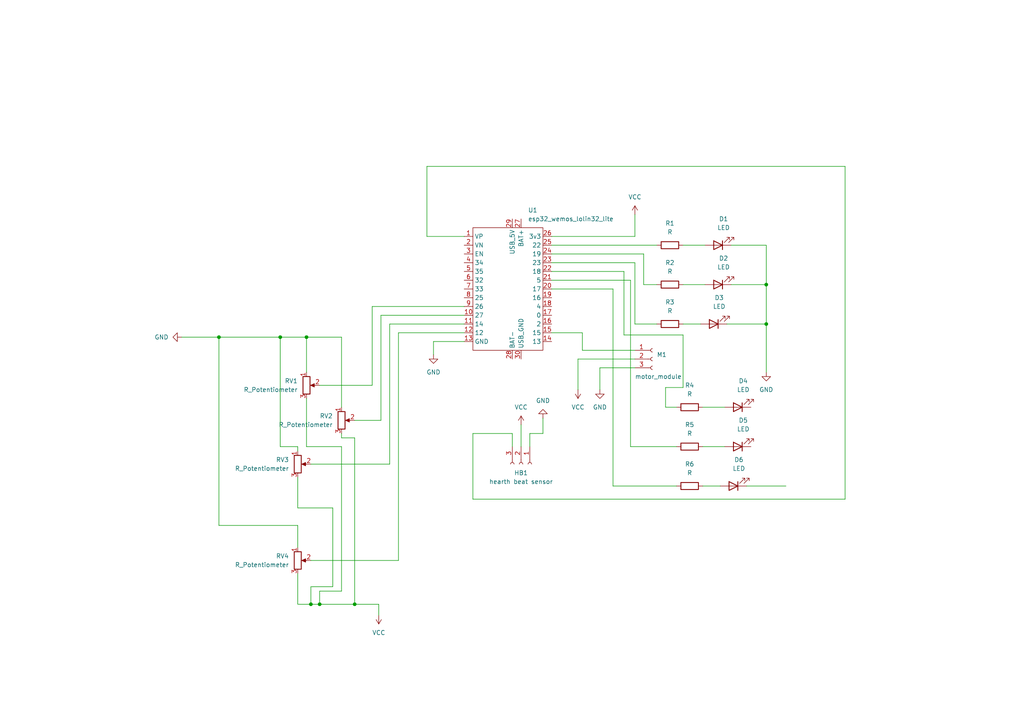
<source format=kicad_sch>
(kicad_sch (version 20211123) (generator eeschema)
  (paper "A4")
  (lib_symbols
    (symbol "Connector:Conn_01x03_Female" (pin_names (offset 1.016) hide)
      (property "Reference" "J" (at 0 5.08 0))
      (property "Value" "Conn_01x03_Female" (at 0 -5.08 0))
      (symbol "Conn_01x03_Female_1_1"
        (arc (start 0 -2.032) (mid -0.508 -2.54) (end 0 -3.048) (stroke (width 0.1524)))
        (polyline (pts (xy -1.27 -2.54) (xy -0.508 -2.54)) (stroke (width 0.1524)))
        (polyline (pts (xy -1.27 0) (xy -0.508 0)) (stroke (width 0.1524)))
        (polyline (pts (xy -1.27 2.54) (xy -0.508 2.54)) (stroke (width 0.1524)))
        (arc (start 0 0.508) (mid -0.508 0) (end 0 -0.508) (stroke (width 0.1524)))
        (arc (start 0 3.048) (mid -0.508 2.54) (end 0 2.032) (stroke (width 0.1524)))
        (pin passive line (at -5.08 2.54 0) (length 3.81) (name "Pin_1") (number "1"))
        (pin passive line (at -5.08 0 0) (length 3.81) (name "Pin_2") (number "2"))
        (pin passive line (at -5.08 -2.54 0) (length 3.81) (name "Pin_3") (number "3"))
      )
    )
    (symbol "Device:LED" (pin_numbers hide) (pin_names (offset 1.016) hide)
      (property "Reference" "D" (at 0 2.54 0))
      (property "Value" "LED" (at 0 -2.54 0))
      (symbol "LED_0_1"
        (polyline (pts (xy -1.27 -1.27) (xy -1.27 1.27)) (stroke (width 0.254)))
        (polyline (pts (xy -1.27 0) (xy 1.27 0)))
        (polyline (pts (xy 1.27 -1.27) (xy 1.27 1.27) (xy -1.27 0) (xy 1.27 -1.27)) (stroke (width 0.254)))
        (polyline (pts (xy -3.048 -0.762) (xy -4.572 -2.286) (xy -3.81 -2.286) (xy -4.572 -2.286) (xy -4.572 -1.524)))
        (polyline (pts (xy -1.778 -0.762) (xy -3.302 -2.286) (xy -2.54 -2.286) (xy -3.302 -2.286) (xy -3.302 -1.524)))
      )
      (symbol "LED_1_1"
        (pin passive line (at -3.81 0 0) (length 2.54) (name "K") (number "1"))
        (pin passive line (at 3.81 0 180) (length 2.54) (name "A") (number "2"))
      )
    )
    (symbol "Device:R" (pin_numbers hide) (pin_names (offset 0))
      (property "Reference" "R" (at 2.032 0 90))
      (property "Value" "R" (at 0 0 90))
      (symbol "R_0_1"
        (rectangle (start -1.016 -2.54) (end 1.016 2.54) (stroke (width 0.254)))
      )
      (symbol "R_1_1"
        (pin passive line (at 0 3.81 270) (length 1.27) (name "~") (number "1"))
        (pin passive line (at 0 -3.81 90) (length 1.27) (name "~") (number "2"))
      )
    )
    (symbol "Device:R_Potentiometer" (pin_names (offset 1.016) hide)
      (property "Reference" "RV" (at -4.445 0 90))
      (property "Value" "R_Potentiometer" (at -2.54 0 90))
      (symbol "R_Potentiometer_0_1"
        (polyline (pts (xy 2.54 0) (xy 1.524 0)))
        (polyline (pts (xy 1.143 0) (xy 2.286 0.508) (xy 2.286 -0.508) (xy 1.143 0)) (fill (type outline)))
        (rectangle (start 1.016 2.54) (end -1.016 -2.54) (stroke (width 0.254)))
      )
      (symbol "R_Potentiometer_1_1"
        (pin passive line (at 0 3.81 270) (length 1.27) (name "1") (number "1"))
        (pin passive line (at 3.81 0 180) (length 1.27) (name "2") (number "2"))
        (pin passive line (at 0 -3.81 90) (length 1.27) (name "3") (number "3"))
      )
    )
    (symbol "power:GND" (power) (pin_names (offset 0))
      (property "Value" "GND" (at 0 -3.81 0))
      (symbol "GND_0_1"
        (polyline (pts (xy 0 0) (xy 0 -1.27) (xy 1.27 -1.27) (xy 0 -2.54) (xy -1.27 -1.27) (xy 0 -1.27)))
      )
      (symbol "GND_1_1"
        (pin power_in line (at 0 0 270) (length 0) hide (name "GND") (number "1"))
      )
    )
    (symbol "power:VCC" (power) (pin_names (offset 0))
      (property "Value" "VCC" (at 0 3.81 0))
      (symbol "VCC_0_1"
        (polyline (pts (xy -0.762 1.27) (xy 0 2.54)))
        (polyline (pts (xy 0 0) (xy 0 2.54)))
        (polyline (pts (xy 0 2.54) (xy 0.762 1.27)))
      )
      (symbol "VCC_1_1"
        (pin power_in line (at 0 0 90) (length 0) hide (name "VCC") (number "1"))
      )
    )
    (symbol "wemos_lolin32_lite:esp32_wemos_lolin32_lite"
      (property "Reference" "U" (at 1.27 2.54 0))
      (property "Value" "esp32_wemos_lolin32_lite" (at 1.27 6.35 0))
      (symbol "esp32_wemos_lolin32_lite_0_1"
        (rectangle (start 7.62 -11.43) (end 27.94 -46.99))
      )
      (symbol "esp32_wemos_lolin32_lite_1_1"
        (pin input line (at 5.08 -13.97 0) (length 2.54) (name "VP") (number "1"))
        (pin bidirectional line (at 5.08 -36.83 0) (length 2.54) (name "27") (number "10"))
        (pin bidirectional line (at 5.08 -39.37 0) (length 2.54) (name "14") (number "11"))
        (pin bidirectional line (at 5.08 -41.91 0) (length 2.54) (name "12") (number "12"))
        (pin bidirectional line (at 5.08 -44.45 0) (length 2.54) (name "GND") (number "13"))
        (pin bidirectional line (at 30.48 -44.45 180) (length 2.54) (name "13") (number "14"))
        (pin bidirectional line (at 30.48 -41.91 180) (length 2.54) (name "15") (number "15"))
        (pin bidirectional line (at 30.48 -39.37 180) (length 2.54) (name "2") (number "16"))
        (pin bidirectional line (at 30.48 -36.83 180) (length 2.54) (name "0") (number "17"))
        (pin bidirectional line (at 30.48 -34.29 180) (length 2.54) (name "4") (number "18"))
        (pin bidirectional line (at 30.48 -31.75 180) (length 2.54) (name "16") (number "19"))
        (pin input line (at 5.08 -16.51 0) (length 2.54) (name "VN") (number "2"))
        (pin bidirectional line (at 30.48 -29.21 180) (length 2.54) (name "17") (number "20"))
        (pin bidirectional line (at 30.48 -26.67 180) (length 2.54) (name "5") (number "21"))
        (pin bidirectional line (at 30.48 -24.13 180) (length 2.54) (name "18") (number "22"))
        (pin bidirectional line (at 30.48 -21.59 180) (length 2.54) (name "23") (number "23"))
        (pin bidirectional line (at 30.48 -19.05 180) (length 2.54) (name "19") (number "24"))
        (pin bidirectional line (at 30.48 -16.51 180) (length 2.54) (name "22") (number "25"))
        (pin bidirectional line (at 30.48 -13.97 180) (length 2.54) (name "3v3") (number "26"))
        (pin bidirectional line (at 21.59 -8.89 270) (length 2.54) (name "BAT+") (number "27"))
        (pin bidirectional line (at 19.05 -49.53 90) (length 2.54) (name "BAT-") (number "28"))
        (pin bidirectional line (at 19.05 -8.89 270) (length 2.54) (name "USB_5V") (number "29"))
        (pin input line (at 5.08 -19.05 0) (length 2.54) (name "EN") (number "3"))
        (pin bidirectional line (at 21.59 -49.53 90) (length 2.54) (name "USB_GND") (number "30"))
        (pin input line (at 5.08 -21.59 0) (length 2.54) (name "34") (number "4"))
        (pin input line (at 5.08 -24.13 0) (length 2.54) (name "35") (number "5"))
        (pin bidirectional line (at 5.08 -26.67 0) (length 2.54) (name "32") (number "6"))
        (pin bidirectional line (at 5.08 -29.21 0) (length 2.54) (name "33") (number "7"))
        (pin bidirectional line (at 5.08 -31.75 0) (length 2.54) (name "25") (number "8"))
        (pin bidirectional line (at 5.08 -34.29 0) (length 2.54) (name "26") (number "9"))
      )
    )
  )
  (junction (at 63.5 97.79))
  (junction (at 222.25 93.98))
  (junction (at 92.71 175.26))
  (junction (at 90.17 175.26))
  (junction (at 88.9 97.79))
  (junction (at 222.25 82.55))
  (junction (at 102.87 175.26))
  (junction (at 81.28 97.79))
  (wire (pts (xy 102.87 127) (xy 102.87 175.26)))
  (wire (pts (xy 107.95 111.76) (xy 107.95 88.9)))
  (wire (pts (xy 210.82 93.98) (xy 222.25 93.98)))
  (wire (pts (xy 160.02 81.28) (xy 182.88 81.28)))
  (wire (pts (xy 63.5 97.79) (xy 81.28 97.79)))
  (wire (pts (xy 88.9 115.57) (xy 88.9 129.54)))
  (wire (pts (xy 157.48 125.73) (xy 153.67 125.73)))
  (wire (pts (xy 92.71 111.76) (xy 107.95 111.76)))
  (wire (pts (xy 245.11 48.26) (xy 123.825 48.26)))
  (wire (pts (xy 203.835 140.97) (xy 208.915 140.97)))
  (wire (pts (xy 160.02 73.66) (xy 186.69 73.66)))
  (wire (pts (xy 157.48 121.285) (xy 157.48 125.73)))
  (wire (pts (xy 137.16 125.73) (xy 148.59 125.73)))
  (wire (pts (xy 81.28 97.79) (xy 81.28 129.54)))
  (wire (pts (xy 186.69 73.66) (xy 186.69 82.55)))
  (wire (pts (xy 88.9 129.54) (xy 99.06 129.54)))
  (wire (pts (xy 151.13 123.19) (xy 151.13 129.54)))
  (wire (pts (xy 99.06 97.79) (xy 99.06 118.11)))
  (wire (pts (xy 99.06 127) (xy 102.87 127)))
  (wire (pts (xy 110.49 121.92) (xy 110.49 91.44)))
  (wire (pts (xy 107.95 88.9) (xy 134.62 88.9)))
  (wire (pts (xy 198.12 82.55) (xy 204.47 82.55)))
  (wire (pts (xy 86.36 166.37) (xy 86.36 175.26)))
  (wire (pts (xy 113.03 134.62) (xy 113.03 93.98)))
  (wire (pts (xy 99.06 171.45) (xy 92.71 171.45)))
  (wire (pts (xy 137.16 144.78) (xy 245.11 144.78)))
  (wire (pts (xy 184.15 93.98) (xy 190.5 93.98)))
  (wire (pts (xy 123.825 48.26) (xy 123.825 68.58)))
  (wire (pts (xy 222.25 71.12) (xy 222.25 82.55)))
  (wire (pts (xy 212.09 82.55) (xy 222.25 82.55)))
  (wire (pts (xy 198.12 97.155) (xy 198.12 112.395)))
  (wire (pts (xy 123.825 68.58) (xy 134.62 68.58)))
  (wire (pts (xy 88.9 97.79) (xy 99.06 97.79)))
  (wire (pts (xy 134.62 99.06) (xy 125.73 99.06)))
  (wire (pts (xy 125.73 99.06) (xy 125.73 102.87)))
  (wire (pts (xy 168.91 96.52) (xy 168.91 101.6)))
  (wire (pts (xy 177.8 83.82) (xy 177.8 140.97)))
  (wire (pts (xy 99.06 129.54) (xy 99.06 171.45)))
  (wire (pts (xy 160.02 96.52) (xy 168.91 96.52)))
  (wire (pts (xy 222.25 82.55) (xy 222.25 93.98)))
  (wire (pts (xy 184.15 104.14) (xy 167.64 104.14)))
  (wire (pts (xy 182.88 81.28) (xy 182.88 129.54)))
  (wire (pts (xy 193.04 118.11) (xy 196.215 118.11)))
  (wire (pts (xy 186.69 82.55) (xy 190.5 82.55)))
  (wire (pts (xy 86.36 138.43) (xy 86.36 147.32)))
  (wire (pts (xy 180.975 97.155) (xy 198.12 97.155)))
  (wire (pts (xy 160.02 68.58) (xy 184.15 68.58)))
  (wire (pts (xy 193.04 112.395) (xy 193.04 118.11)))
  (wire (pts (xy 168.91 101.6) (xy 184.15 101.6)))
  (wire (pts (xy 63.5 152.4) (xy 86.36 152.4)))
  (wire (pts (xy 216.535 140.97) (xy 227.965 140.97)))
  (wire (pts (xy 109.855 175.26) (xy 109.855 178.435)))
  (wire (pts (xy 177.8 140.97) (xy 196.215 140.97)))
  (wire (pts (xy 90.17 170.18) (xy 90.17 175.26)))
  (wire (pts (xy 90.17 162.56) (xy 115.57 162.56)))
  (wire (pts (xy 96.52 170.18) (xy 90.17 170.18)))
  (wire (pts (xy 63.5 97.79) (xy 63.5 152.4)))
  (wire (pts (xy 137.16 144.78) (xy 137.16 125.73)))
  (wire (pts (xy 52.705 97.79) (xy 63.5 97.79)))
  (wire (pts (xy 90.17 175.26) (xy 92.71 175.26)))
  (wire (pts (xy 115.57 96.52) (xy 134.62 96.52)))
  (wire (pts (xy 99.06 125.73) (xy 99.06 127)))
  (wire (pts (xy 160.02 83.82) (xy 177.8 83.82)))
  (wire (pts (xy 92.71 171.45) (xy 92.71 175.26)))
  (wire (pts (xy 90.17 134.62) (xy 113.03 134.62)))
  (wire (pts (xy 110.49 91.44) (xy 134.62 91.44)))
  (wire (pts (xy 167.64 104.14) (xy 167.64 113.03)))
  (wire (pts (xy 222.25 93.98) (xy 222.25 107.95)))
  (wire (pts (xy 198.12 112.395) (xy 193.04 112.395)))
  (wire (pts (xy 245.11 144.78) (xy 245.11 48.26)))
  (wire (pts (xy 203.835 118.11) (xy 210.185 118.11)))
  (wire (pts (xy 212.09 71.12) (xy 222.25 71.12)))
  (wire (pts (xy 184.15 106.68) (xy 173.99 106.68)))
  (wire (pts (xy 102.87 121.92) (xy 110.49 121.92)))
  (wire (pts (xy 148.59 125.73) (xy 148.59 129.54)))
  (wire (pts (xy 160.02 78.74) (xy 180.975 78.74)))
  (wire (pts (xy 180.975 78.74) (xy 180.975 97.155)))
  (wire (pts (xy 86.36 175.26) (xy 90.17 175.26)))
  (wire (pts (xy 86.36 129.54) (xy 86.36 130.81)))
  (wire (pts (xy 102.87 175.26) (xy 109.855 175.26)))
  (wire (pts (xy 198.12 71.12) (xy 204.47 71.12)))
  (wire (pts (xy 153.67 125.73) (xy 153.67 129.54)))
  (wire (pts (xy 203.835 129.54) (xy 210.185 129.54)))
  (wire (pts (xy 160.02 76.2) (xy 184.15 76.2)))
  (wire (pts (xy 160.02 71.12) (xy 190.5 71.12)))
  (wire (pts (xy 184.15 68.58) (xy 184.15 62.23)))
  (wire (pts (xy 88.9 97.79) (xy 88.9 107.95)))
  (wire (pts (xy 86.36 147.32) (xy 96.52 147.32)))
  (wire (pts (xy 184.15 76.2) (xy 184.15 93.98)))
  (wire (pts (xy 115.57 162.56) (xy 115.57 96.52)))
  (wire (pts (xy 92.71 175.26) (xy 102.87 175.26)))
  (wire (pts (xy 173.99 106.68) (xy 173.99 113.03)))
  (wire (pts (xy 86.36 152.4) (xy 86.36 158.75)))
  (wire (pts (xy 182.88 129.54) (xy 196.215 129.54)))
  (wire (pts (xy 198.12 93.98) (xy 203.2 93.98)))
  (wire (pts (xy 81.28 97.79) (xy 88.9 97.79)))
  (wire (pts (xy 113.03 93.98) (xy 134.62 93.98)))
  (wire (pts (xy 81.28 129.54) (xy 86.36 129.54)))
  (wire (pts (xy 96.52 147.32) (xy 96.52 170.18)))
  (symbol (lib_id "Device:R") (at 194.31 93.98 90) (unit 1)
    (property "Reference" "R3" (at 194.31 87.63 90))
    (property "Value" "R" (at 194.31 90.17 90))
    (property "Footprint" "Resistor_THT:R_Axial_DIN0207_L6.3mm_D2.5mm_P10.16mm_Horizontal" (effects hide))
  )
  (symbol (lib_id "Device:R_Potentiometer") (at 88.9 111.76 0) (unit 1)
    (property "Reference" "RV1" (at 86.36 110.4899 0) (effects (justify right)))
    (property "Value" "R_Potentiometer" (at 86.36 113.0299 0) (effects (justify right)))
    (property "Footprint" "Connector_PinHeader_2.00mm:PinHeader_1x03_P2.00mm_Vertical" (effects hide))
  )
  (symbol (lib_id "power:VCC") (at 151.13 123.19 0) (unit 1)
    (property "Reference" "#PWR0111" (effects hide))
    (property "Value" "VCC" (at 151.13 118.11 0))
  )
  (symbol (lib_id "power:VCC") (at 184.15 62.23 0) (unit 1)
    (property "Reference" "#PWR0108" (effects hide))
    (property "Value" "VCC" (at 184.15 57.15 0))
  )
  (symbol (lib_id "Connector:Conn_01x03_Female") (at 151.13 134.62 270) (unit 1)
    (property "Reference" "HB1" (at 151.13 137.16 90))
    (property "Value" "hearth beat sensor" (at 151.13 139.7 90))
    (property "Footprint" "Connector_PinHeader_2.00mm:PinHeader_1x03_P2.00mm_Vertical" (effects hide))
  )
  (symbol (lib_id "Connector:Conn_01x03_Female") (at 189.23 104.14 0) (unit 1)
    (property "Reference" "M1" (at 190.5 102.8699 0) (effects (justify left)))
    (property "Value" "motor_module" (at 184.15 109.22 0) (effects (justify left)))
    (property "Footprint" "Connector_PinHeader_2.00mm:PinHeader_1x03_P2.00mm_Vertical" (effects hide))
  )
  (symbol (lib_id "Device:R_Potentiometer") (at 99.06 121.92 0) (unit 1)
    (property "Reference" "RV2" (at 96.52 120.6499 0) (effects (justify right)))
    (property "Value" "R_Potentiometer" (at 96.52 123.1899 0) (effects (justify right)))
    (property "Footprint" "Connector_PinHeader_2.00mm:PinHeader_1x03_P2.00mm_Vertical" (effects hide))
  )
  (symbol (lib_id "power:GND") (at 157.48 121.285 180) (unit 1)
    (property "Reference" "#PWR0112" (effects hide))
    (property "Value" "GND" (at 157.48 116.205 0))
  )
  (symbol (lib_id "power:GND") (at 125.73 102.87 0) (unit 1)
    (property "Reference" "#PWR0105" (effects hide))
    (property "Value" "GND" (at 125.73 107.95 0))
  )
  (symbol (lib_id "power:GND") (at 173.99 113.03 0) (unit 1)
    (property "Reference" "#PWR0106" (effects hide))
    (property "Value" "GND" (at 173.99 118.11 0))
  )
  (symbol (lib_id "Device:LED") (at 208.28 82.55 180) (unit 1)
    (property "Reference" "D2" (at 209.8675 74.93 0))
    (property "Value" "LED" (at 209.8675 77.47 0))
    (property "Footprint" "LED_THT:LED_D3.0mm" (effects hide))
  )
  (symbol (lib_id "wemos_lolin32_lite:esp32_wemos_lolin32_lite") (at 129.54 54.61 0) (unit 1)
    (property "Reference" "U1" (at 153.1494 60.96 0) (effects (justify left)))
    (property "Value" "esp32_wemos_lolin32_lite" (at 153.1494 63.5 0) (effects (justify left)))
    (property "Footprint" "wemos_lolin32_lite:esp32_wemos_lolin32_lite" (effects hide))
  )
  (symbol (lib_id "Device:LED") (at 207.01 93.98 180) (unit 1)
    (property "Reference" "D3" (at 208.5975 86.36 0))
    (property "Value" "LED" (at 208.5975 88.9 0))
    (property "Footprint" "LED_THT:LED_D3.0mm" (effects hide))
  )
  (symbol (lib_id "Device:LED") (at 212.725 140.97 180) (unit 1)
    (property "Reference" "D6" (at 214.3125 133.35 0))
    (property "Value" "LED" (at 214.3125 135.89 0))
    (property "Footprint" "LED_THT:LED_D3.0mm" (effects hide))
  )
  (symbol (lib_id "Device:R") (at 200.025 140.97 90) (unit 1)
    (property "Reference" "R6" (at 200.025 134.62 90))
    (property "Value" "R" (at 200.025 137.16 90))
    (property "Footprint" "Resistor_THT:R_Axial_DIN0207_L6.3mm_D2.5mm_P10.16mm_Horizontal" (effects hide))
  )
  (symbol (lib_id "Device:LED") (at 213.995 129.54 180) (unit 1)
    (property "Reference" "D5" (at 215.5825 121.92 0))
    (property "Value" "LED" (at 215.5825 124.46 0))
    (property "Footprint" "LED_THT:LED_D3.0mm" (effects hide))
  )
  (symbol (lib_id "Device:R") (at 200.025 129.54 90) (unit 1)
    (property "Reference" "R5" (at 200.025 123.19 90))
    (property "Value" "R" (at 200.025 125.73 90))
    (property "Footprint" "Resistor_THT:R_Axial_DIN0207_L6.3mm_D2.5mm_P10.16mm_Horizontal" (effects hide))
  )
  (symbol (lib_id "Device:R") (at 194.31 82.55 90) (unit 1)
    (property "Reference" "R2" (at 194.31 76.2 90))
    (property "Value" "R" (at 194.31 78.74 90))
    (property "Footprint" "Resistor_THT:R_Axial_DIN0207_L6.3mm_D2.5mm_P10.16mm_Horizontal" (effects hide))
  )
  (symbol (lib_id "Device:LED") (at 208.28 71.12 180) (unit 1)
    (property "Reference" "D1" (at 209.8675 63.5 0))
    (property "Value" "LED" (at 209.8675 66.04 0))
    (property "Footprint" "LED_THT:LED_D3.0mm" (effects hide))
  )
  (symbol (lib_id "Device:R") (at 194.31 71.12 90) (unit 1)
    (property "Reference" "R1" (at 194.31 64.77 90))
    (property "Value" "R" (at 194.31 67.31 90))
    (property "Footprint" "Resistor_THT:R_Axial_DIN0207_L6.3mm_D2.5mm_P10.16mm_Horizontal" (effects hide))
  )
  (symbol (lib_id "Device:R_Potentiometer") (at 86.36 134.62 0) (unit 1)
    (property "Reference" "RV3" (at 83.82 133.3499 0) (effects (justify right)))
    (property "Value" "R_Potentiometer" (at 83.82 135.8899 0) (effects (justify right)))
    (property "Footprint" "Connector_PinHeader_2.00mm:PinHeader_1x03_P2.00mm_Vertical" (effects hide))
  )
  (symbol (lib_id "Device:R") (at 200.025 118.11 90) (unit 1)
    (property "Reference" "R4" (at 200.025 111.76 90))
    (property "Value" "R" (at 200.025 114.3 90))
    (property "Footprint" "Resistor_THT:R_Axial_DIN0207_L6.3mm_D2.5mm_P10.16mm_Horizontal" (effects hide))
  )
  (symbol (lib_id "power:VCC") (at 167.64 113.03 180) (unit 1)
    (property "Reference" "#PWR0107" (effects hide))
    (property "Value" "VCC" (at 167.64 118.11 0))
  )
  (symbol (lib_id "Device:LED") (at 213.995 118.11 180) (unit 1)
    (property "Reference" "D4" (at 215.5825 110.49 0))
    (property "Value" "LED" (at 215.5825 113.03 0))
    (property "Footprint" "LED_THT:LED_D3.0mm" (effects hide))
  )
  (symbol (lib_id "power:GND") (at 52.705 97.79 270) (unit 1)
    (property "Reference" "#PWR0104" (effects hide))
    (property "Value" "GND" (at 48.895 97.7899 90) (effects (justify right)))
  )
  (symbol (lib_id "power:GND") (at 222.25 107.95 0) (unit 1)
    (property "Reference" "#PWR0101" (effects hide))
    (property "Value" "GND" (at 222.25 113.03 0))
  )
  (symbol (lib_id "Device:R_Potentiometer") (at 86.36 162.56 0) (unit 1)
    (property "Reference" "RV4" (at 83.82 161.2899 0) (effects (justify right)))
    (property "Value" "R_Potentiometer" (at 83.82 163.8299 0) (effects (justify right)))
    (property "Footprint" "Connector_PinHeader_2.00mm:PinHeader_1x03_P2.00mm_Vertical" (effects hide))
  )
  (symbol (lib_id "power:VCC") (at 109.855 178.435 180) (unit 1)
    (property "Reference" "#PWR0110" (effects hide))
    (property "Value" "VCC" (at 109.855 183.515 0))
  )
)
</source>
